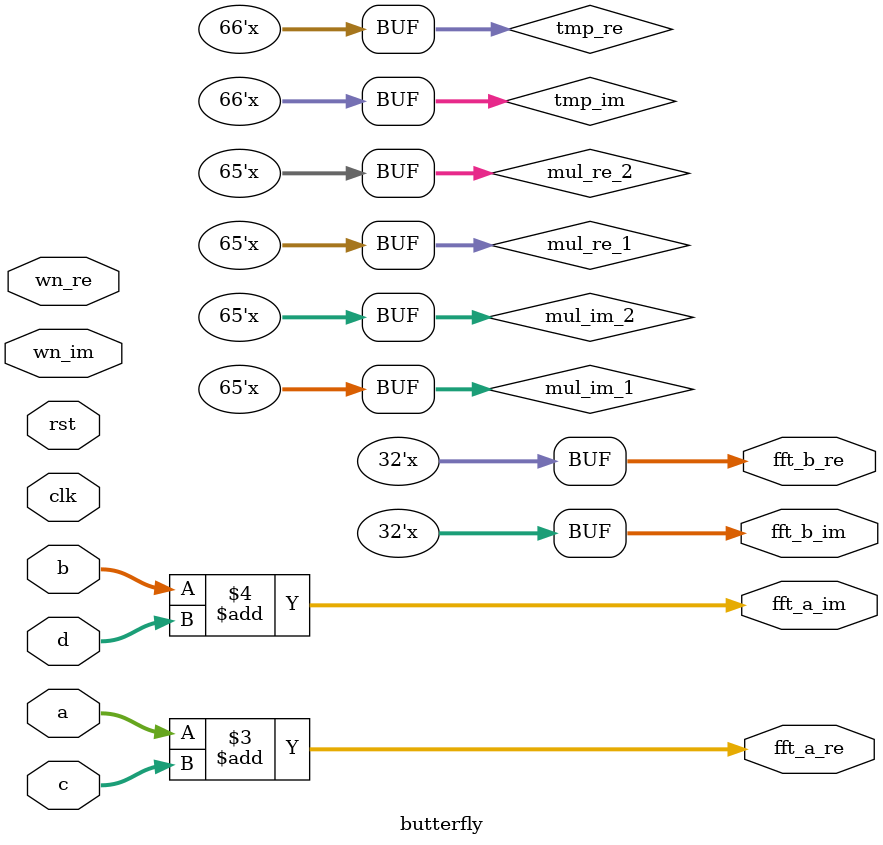
<source format=v>
module FFT( clk, rst, fir_valid, fir_d, fft_valid, fft_d1, fft_d2, fft_d3, fft_d4, fft_d5, fft_d6, fft_d7, fft_d8, fft_d9, fft_d10, fft_d11, fft_d12, fft_d13, fft_d14, fft_d15, fft_d0);
input clk, rst;
input fir_valid;
input [15:0] fir_d;

output reg fft_valid;
output [31:0] fft_d1, fft_d2, fft_d3, fft_d4, fft_d5, fft_d6, fft_d7, fft_d8;
output [31:0] fft_d9, fft_d10, fft_d11, fft_d12, fft_d13, fft_d14, fft_d15, fft_d0;

integer i;
reg [3:0] cnt;
reg [31:0] fir_x[0:15];
wire [31:0] y_t1_re [0:15];
wire [31:0] y_t2_re [0:15];
wire [31:0] y_t3_re [0:15];
wire [32:0] y_t4_re [0:15];
wire [31:0] y_t1_im [0:15];
wire [31:0] y_t2_im [0:15];
wire [31:0] y_t3_im [0:15];
wire [32:0] y_t4_im [0:15];
wire signed [31:0] w_re [0:7];
wire signed [31:0] w_im [0:7];

assign w_re[0] = 32'h00010000;
assign w_re[1] = 32'h0000EC83;
assign w_re[2] = 32'h0000B504;
assign w_re[3] = 32'h000061F7;
assign w_re[4] = 32'h00000000;
assign w_re[5] = 32'hFFFF9E09;
assign w_re[6] = 32'hFFFF4AFC;
assign w_re[7] = 32'hFFFF137D;

assign w_im[0] = 32'h00000000;
assign w_im[1] = 32'hFFFF9E09;
assign w_im[2] = 32'hFFFF4AFC;
assign w_im[3] = 32'hFFFF137D;
assign w_im[4] = 32'hFFFF0000;
assign w_im[5] = 32'hFFFF137D;
assign w_im[6] = 32'hFFFF4AFC;
assign w_im[7] = 32'hFFFF9E09;

// stage 1
genvar j;
generate
    for(j=0;j<8;j=j+1)begin: btf1
        butterfly b0( .clk(clk), .rst(rst), .a(fir_x[j]), .b(0), .c(fir_x[j+8]), .d(0), .wn_re(w_re[j]), .wn_im(w_im[j]), .fft_a_re(y_t1_re[j]), .fft_a_im(y_t1_im[j]), .fft_b_re(y_t1_re[j+8]), .fft_b_im(y_t1_im[j+8]));
    end
endgenerate
// stage 2
generate
    for(j=0;j<4;j=j+1)begin: btf2

        butterfly b0( .clk(clk), .rst(rst), .a(y_t1_re[j]), .b(y_t1_im[j]), .c(y_t1_re[j+4]), .d(y_t1_im[j+4]), .wn_re(w_re[2*j]), .wn_im(w_im[2*j]), .fft_a_re(y_t2_re[j]), .fft_a_im(y_t2_im[j]), .fft_b_re(y_t2_re[j+4]), .fft_b_im(y_t2_im[j+4]));

        butterfly b1( .clk(clk), .rst(rst), .a(y_t1_re[j+8]), .b(y_t1_im[j+8]), .c(y_t1_re[j+12]), .d(y_t1_im[j+12]), .wn_re(w_re[2*j]), .wn_im(w_im[2*j]), .fft_a_re(y_t2_re[j+8]), .fft_a_im(y_t2_im[j+8]), .fft_b_re(y_t2_re[j+12]), .fft_b_im(y_t2_im[j+12]));

    end
endgenerate
// stage 3
generate
    for(j=0;j<2;j=j+1)begin: btf3

        butterfly b0( .clk(clk), .rst(rst), .a(y_t2_re[j]), .b(y_t2_im[j]), .c(y_t2_re[j+2]), .d(y_t2_im[j+2]), .wn_re(w_re[4*j]), .wn_im(w_im[4*j]), .fft_a_re(y_t3_re[j]), .fft_a_im(y_t3_im[j]), .fft_b_re(y_t3_re[j+2]), .fft_b_im(y_t3_im[j+2]));

        butterfly b1( .clk(clk), .rst(rst), .a(y_t2_re[j+4]), .b(y_t2_im[j+4]), .c(y_t2_re[j+6]), .d(y_t2_im[j+6]), .wn_re(w_re[4*j]), .wn_im(w_im[4*j]), .fft_a_re(y_t3_re[j+4]), .fft_a_im(y_t3_im[j+4]), .fft_b_re(y_t3_re[j+6]), .fft_b_im(y_t3_im[j+6]));

        butterfly b2( .clk(clk), .rst(rst), .a(y_t2_re[j+8]), .b(y_t2_im[j+8]), .c(y_t2_re[j+10]), .d(y_t2_im[j+10]), .wn_re(w_re[4*j]), .wn_im(w_im[4*j]), .fft_a_re(y_t3_re[j+8]), .fft_a_im(y_t3_im[j+8]), .fft_b_re(y_t3_re[j+10]), .fft_b_im(y_t3_im[j+10]));

        butterfly b3( .clk(clk), .rst(rst), .a(y_t2_re[j+12]), .b(y_t2_im[j+12]), .c(y_t2_re[j+14]), .d(y_t2_im[j+14]), .wn_re(w_re[4*j]), .wn_im(w_im[4*j]), .fft_a_re(y_t3_re[j+12]), .fft_a_im(y_t3_im[j+12]), .fft_b_re(y_t3_re[j+14]), .fft_b_im(y_t3_im[j+14]));

    end
endgenerate
// stage 4
assign y_t4_re[0] = y_t3_re[0] + y_t3_re[1];
assign y_t4_im[0] = y_t3_im[0] + y_t3_im[1];
assign y_t4_re[1] = y_t3_re[0] - y_t3_re[1];
assign y_t4_im[1] = y_t3_im[0] - y_t3_im[1];

assign y_t4_re[2] = y_t3_re[2] + y_t3_re[3];
assign y_t4_im[2] = y_t3_im[2] + y_t3_im[3];
assign y_t4_re[3] = y_t3_re[2] - y_t3_re[3];
assign y_t4_im[3] = y_t3_im[2] - y_t3_im[3];

assign y_t4_re[4] = y_t3_re[4] + y_t3_re[5];
assign y_t4_im[4] = y_t3_im[4] + y_t3_im[5];
assign y_t4_re[5] = y_t3_re[4] - y_t3_re[5];
assign y_t4_im[5] = y_t3_im[4] - y_t3_im[5];

assign y_t4_re[6] = y_t3_re[6] + y_t3_re[7];
assign y_t4_im[6] = y_t3_im[6] + y_t3_im[7];
assign y_t4_re[7] = y_t3_re[6] - y_t3_re[7];
assign y_t4_im[7] = y_t3_im[6] - y_t3_im[7];

assign y_t4_re[8] = y_t3_re[8] + y_t3_re[9];
assign y_t4_im[8] = y_t3_im[8] + y_t3_im[9];
assign y_t4_re[9] = y_t3_re[8] - y_t3_re[9];
assign y_t4_im[9] = y_t3_im[8] - y_t3_im[9];

assign y_t4_re[10] = y_t3_re[10] + y_t3_re[11];
assign y_t4_im[10] = y_t3_im[10] + y_t3_im[11];
assign y_t4_re[11] = y_t3_re[10] - y_t3_re[11];
assign y_t4_im[11] = y_t3_im[10] - y_t3_im[11];

assign y_t4_re[12] = y_t3_re[12] + y_t3_re[13];
assign y_t4_im[12] = y_t3_im[12] + y_t3_im[13];
assign y_t4_re[13] = y_t3_re[12] - y_t3_re[13];
assign y_t4_im[13] = y_t3_im[12] - y_t3_im[13];

assign y_t4_re[14] = y_t3_re[14] + y_t3_re[15];
assign y_t4_im[14] = y_t3_im[14] + y_t3_im[15];
assign y_t4_re[15] = y_t3_re[14] - y_t3_re[15];
assign y_t4_im[15] = y_t3_im[14] - y_t3_im[15];
// fft output
assign fft_d0  = { y_t4_re[0][23:8], y_t4_im[0][23:8]};
assign fft_d8  = { y_t4_re[1][23:8], y_t4_im[1][23:8]};
assign fft_d4  = { y_t4_re[2][23:8], y_t4_im[2][23:8]};
assign fft_d12 = { y_t4_re[3][23:8], y_t4_im[3][23:8]};
assign fft_d2  = { y_t4_re[4][23:8], y_t4_im[4][23:8]};
assign fft_d10 = { y_t4_re[5][23:8], y_t4_im[5][23:8]};
assign fft_d6  = { y_t4_re[6][23:8], y_t4_im[6][23:8]};
assign fft_d14 = { y_t4_re[7][23:8], y_t4_im[7][23:8]};
assign fft_d1  = { y_t4_re[8][23:8], y_t4_im[8][23:8]};
assign fft_d9  = { y_t4_re[9][23:8], y_t4_im[9][23:8]};
assign fft_d5  = { y_t4_re[10][23:8], y_t4_im[10][23:8]};
assign fft_d13 = { y_t4_re[11][23:8], y_t4_im[11][23:8]};
assign fft_d3  = { y_t4_re[12][23:8], y_t4_im[12][23:8]};
assign fft_d11 = { y_t4_re[13][23:8], y_t4_im[13][23:8]};
assign fft_d7  = { y_t4_re[14][23:8], y_t4_im[14][23:8]};
assign fft_d15 = { y_t4_re[15][23:8], y_t4_im[15][23:8]};
/////////////
always@(posedge clk or posedge rst)begin
    if(rst)begin
        cnt <= 'h0;
        fft_valid <= 1'h0;
        for(i=0;i<16;i=i+1)begin
            fir_x[i] <= 'h0;
        end
    end
    else begin
        if(fir_valid)begin
            fir_x[cnt] <= {{8{fir_d[15]}}, fir_d, 8'h0};
            cnt <= cnt + 'h1;
        end
        if(cnt == 15)begin
            fft_valid <= 1'h1;
        end
        else begin
            fft_valid <= 1'h0;
        end
    end
end

endmodule

module butterfly( clk, rst, a, b, c, d, wn_re, wn_im, fft_a_re, fft_a_im, fft_b_re, fft_b_im);
input clk, rst;
input signed [31:0] a, b, c, d;
input signed [31:0] wn_re, wn_im;

output reg signed [31:0] fft_a_re, fft_a_im, fft_b_re, fft_b_im;

reg signed [32:0] sub_ac, sub_db, sub_bd;
reg signed [64:0] mul_re_1, mul_re_2, mul_im_1, mul_im_2;
reg signed [65:0] tmp_re, tmp_im;

always@(*)begin
fft_a_re <= a + c;
fft_a_im <= b + d;

sub_ac <= a - c;
sub_db <= d - b;
sub_bd <= b - d;

mul_re_1 <= sub_ac * wn_re;
mul_re_2 <= sub_db * wn_im;
tmp_re <= mul_re_1 + mul_re_2;
fft_b_re <= tmp_re >>> 16;

mul_im_1 <= sub_ac * wn_im;
mul_im_2 <= sub_bd * wn_re;
tmp_im <= mul_im_1 + mul_im_2;
fft_b_im <= tmp_im >>> 16;
end

endmodule

</source>
